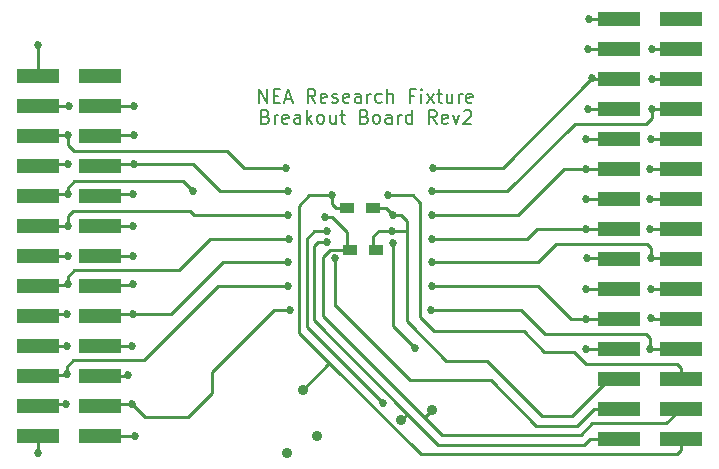
<source format=gtl>
G04 #@! TF.FileFunction,Copper,L1,Top,Signal*
%FSLAX46Y46*%
G04 Gerber Fmt 4.6, Leading zero omitted, Abs format (unit mm)*
G04 Created by KiCad (PCBNEW 4.0.1-stable) date 2/18/2017 12:31:50 AM*
%MOMM*%
G01*
G04 APERTURE LIST*
%ADD10C,0.100000*%
%ADD11C,0.177800*%
%ADD12R,3.560000X1.270000*%
%ADD13R,1.200000X0.900000*%
%ADD14C,0.889000*%
%ADD15C,0.685800*%
%ADD16C,0.254000*%
%ADD17C,0.250000*%
%ADD18C,0.152400*%
G04 APERTURE END LIST*
D10*
D11*
X-8461828Y10519229D02*
X-8461828Y11662229D01*
X-7808685Y10519229D01*
X-7808685Y11662229D01*
X-7264399Y11117943D02*
X-6883399Y11117943D01*
X-6720113Y10519229D02*
X-7264399Y10519229D01*
X-7264399Y11662229D01*
X-6720113Y11662229D01*
X-6284685Y10845800D02*
X-5740399Y10845800D01*
X-6393542Y10519229D02*
X-6012542Y11662229D01*
X-5631542Y10519229D01*
X-3726542Y10519229D02*
X-4107542Y11063514D01*
X-4379685Y10519229D02*
X-4379685Y11662229D01*
X-3944257Y11662229D01*
X-3835399Y11607800D01*
X-3780971Y11553371D01*
X-3726542Y11444514D01*
X-3726542Y11281229D01*
X-3780971Y11172371D01*
X-3835399Y11117943D01*
X-3944257Y11063514D01*
X-4379685Y11063514D01*
X-2801257Y10573657D02*
X-2910114Y10519229D01*
X-3127828Y10519229D01*
X-3236685Y10573657D01*
X-3291114Y10682514D01*
X-3291114Y11117943D01*
X-3236685Y11226800D01*
X-3127828Y11281229D01*
X-2910114Y11281229D01*
X-2801257Y11226800D01*
X-2746828Y11117943D01*
X-2746828Y11009086D01*
X-3291114Y10900229D01*
X-2311400Y10573657D02*
X-2202543Y10519229D01*
X-1984828Y10519229D01*
X-1875971Y10573657D01*
X-1821543Y10682514D01*
X-1821543Y10736943D01*
X-1875971Y10845800D01*
X-1984828Y10900229D01*
X-2148114Y10900229D01*
X-2256971Y10954657D01*
X-2311400Y11063514D01*
X-2311400Y11117943D01*
X-2256971Y11226800D01*
X-2148114Y11281229D01*
X-1984828Y11281229D01*
X-1875971Y11226800D01*
X-896257Y10573657D02*
X-1005114Y10519229D01*
X-1222828Y10519229D01*
X-1331685Y10573657D01*
X-1386114Y10682514D01*
X-1386114Y11117943D01*
X-1331685Y11226800D01*
X-1222828Y11281229D01*
X-1005114Y11281229D01*
X-896257Y11226800D01*
X-841828Y11117943D01*
X-841828Y11009086D01*
X-1386114Y10900229D01*
X137886Y10519229D02*
X137886Y11117943D01*
X83457Y11226800D01*
X-25400Y11281229D01*
X-243114Y11281229D01*
X-351971Y11226800D01*
X137886Y10573657D02*
X29029Y10519229D01*
X-243114Y10519229D01*
X-351971Y10573657D01*
X-406400Y10682514D01*
X-406400Y10791371D01*
X-351971Y10900229D01*
X-243114Y10954657D01*
X29029Y10954657D01*
X137886Y11009086D01*
X682172Y10519229D02*
X682172Y11281229D01*
X682172Y11063514D02*
X736600Y11172371D01*
X791029Y11226800D01*
X899886Y11281229D01*
X1008743Y11281229D01*
X1879600Y10573657D02*
X1770743Y10519229D01*
X1553029Y10519229D01*
X1444171Y10573657D01*
X1389743Y10628086D01*
X1335314Y10736943D01*
X1335314Y11063514D01*
X1389743Y11172371D01*
X1444171Y11226800D01*
X1553029Y11281229D01*
X1770743Y11281229D01*
X1879600Y11226800D01*
X2369457Y10519229D02*
X2369457Y11662229D01*
X2859314Y10519229D02*
X2859314Y11117943D01*
X2804885Y11226800D01*
X2696028Y11281229D01*
X2532743Y11281229D01*
X2423885Y11226800D01*
X2369457Y11172371D01*
X4655457Y11117943D02*
X4274457Y11117943D01*
X4274457Y10519229D02*
X4274457Y11662229D01*
X4818743Y11662229D01*
X5254171Y10519229D02*
X5254171Y11281229D01*
X5254171Y11662229D02*
X5199742Y11607800D01*
X5254171Y11553371D01*
X5308599Y11607800D01*
X5254171Y11662229D01*
X5254171Y11553371D01*
X5689600Y10519229D02*
X6288314Y11281229D01*
X5689600Y11281229D02*
X6288314Y10519229D01*
X6560457Y11281229D02*
X6995886Y11281229D01*
X6723743Y11662229D02*
X6723743Y10682514D01*
X6778171Y10573657D01*
X6887029Y10519229D01*
X6995886Y10519229D01*
X7866743Y11281229D02*
X7866743Y10519229D01*
X7376886Y11281229D02*
X7376886Y10682514D01*
X7431314Y10573657D01*
X7540172Y10519229D01*
X7703457Y10519229D01*
X7812314Y10573657D01*
X7866743Y10628086D01*
X8411029Y10519229D02*
X8411029Y11281229D01*
X8411029Y11063514D02*
X8465457Y11172371D01*
X8519886Y11226800D01*
X8628743Y11281229D01*
X8737600Y11281229D01*
X9554028Y10573657D02*
X9445171Y10519229D01*
X9227457Y10519229D01*
X9118600Y10573657D01*
X9064171Y10682514D01*
X9064171Y11117943D01*
X9118600Y11226800D01*
X9227457Y11281229D01*
X9445171Y11281229D01*
X9554028Y11226800D01*
X9608457Y11117943D01*
X9608457Y11009086D01*
X9064171Y10900229D01*
X-7944756Y9339943D02*
X-7781470Y9285514D01*
X-7727042Y9231086D01*
X-7672613Y9122229D01*
X-7672613Y8958943D01*
X-7727042Y8850086D01*
X-7781470Y8795657D01*
X-7890328Y8741229D01*
X-8325756Y8741229D01*
X-8325756Y9884229D01*
X-7944756Y9884229D01*
X-7835899Y9829800D01*
X-7781470Y9775371D01*
X-7727042Y9666514D01*
X-7727042Y9557657D01*
X-7781470Y9448800D01*
X-7835899Y9394371D01*
X-7944756Y9339943D01*
X-8325756Y9339943D01*
X-7182756Y8741229D02*
X-7182756Y9503229D01*
X-7182756Y9285514D02*
X-7128328Y9394371D01*
X-7073899Y9448800D01*
X-6965042Y9503229D01*
X-6856185Y9503229D01*
X-6039757Y8795657D02*
X-6148614Y8741229D01*
X-6366328Y8741229D01*
X-6475185Y8795657D01*
X-6529614Y8904514D01*
X-6529614Y9339943D01*
X-6475185Y9448800D01*
X-6366328Y9503229D01*
X-6148614Y9503229D01*
X-6039757Y9448800D01*
X-5985328Y9339943D01*
X-5985328Y9231086D01*
X-6529614Y9122229D01*
X-5005614Y8741229D02*
X-5005614Y9339943D01*
X-5060043Y9448800D01*
X-5168900Y9503229D01*
X-5386614Y9503229D01*
X-5495471Y9448800D01*
X-5005614Y8795657D02*
X-5114471Y8741229D01*
X-5386614Y8741229D01*
X-5495471Y8795657D01*
X-5549900Y8904514D01*
X-5549900Y9013371D01*
X-5495471Y9122229D01*
X-5386614Y9176657D01*
X-5114471Y9176657D01*
X-5005614Y9231086D01*
X-4461328Y8741229D02*
X-4461328Y9884229D01*
X-4352471Y9176657D02*
X-4025900Y8741229D01*
X-4025900Y9503229D02*
X-4461328Y9067800D01*
X-3372756Y8741229D02*
X-3481614Y8795657D01*
X-3536042Y8850086D01*
X-3590471Y8958943D01*
X-3590471Y9285514D01*
X-3536042Y9394371D01*
X-3481614Y9448800D01*
X-3372756Y9503229D01*
X-3209471Y9503229D01*
X-3100614Y9448800D01*
X-3046185Y9394371D01*
X-2991756Y9285514D01*
X-2991756Y8958943D01*
X-3046185Y8850086D01*
X-3100614Y8795657D01*
X-3209471Y8741229D01*
X-3372756Y8741229D01*
X-2012042Y9503229D02*
X-2012042Y8741229D01*
X-2501899Y9503229D02*
X-2501899Y8904514D01*
X-2447471Y8795657D01*
X-2338613Y8741229D01*
X-2175328Y8741229D01*
X-2066471Y8795657D01*
X-2012042Y8850086D01*
X-1631042Y9503229D02*
X-1195613Y9503229D01*
X-1467756Y9884229D02*
X-1467756Y8904514D01*
X-1413328Y8795657D01*
X-1304470Y8741229D01*
X-1195613Y8741229D01*
X437244Y9339943D02*
X600530Y9285514D01*
X654958Y9231086D01*
X709387Y9122229D01*
X709387Y8958943D01*
X654958Y8850086D01*
X600530Y8795657D01*
X491672Y8741229D01*
X56244Y8741229D01*
X56244Y9884229D01*
X437244Y9884229D01*
X546101Y9829800D01*
X600530Y9775371D01*
X654958Y9666514D01*
X654958Y9557657D01*
X600530Y9448800D01*
X546101Y9394371D01*
X437244Y9339943D01*
X56244Y9339943D01*
X1362530Y8741229D02*
X1253672Y8795657D01*
X1199244Y8850086D01*
X1144815Y8958943D01*
X1144815Y9285514D01*
X1199244Y9394371D01*
X1253672Y9448800D01*
X1362530Y9503229D01*
X1525815Y9503229D01*
X1634672Y9448800D01*
X1689101Y9394371D01*
X1743530Y9285514D01*
X1743530Y8958943D01*
X1689101Y8850086D01*
X1634672Y8795657D01*
X1525815Y8741229D01*
X1362530Y8741229D01*
X2723244Y8741229D02*
X2723244Y9339943D01*
X2668815Y9448800D01*
X2559958Y9503229D01*
X2342244Y9503229D01*
X2233387Y9448800D01*
X2723244Y8795657D02*
X2614387Y8741229D01*
X2342244Y8741229D01*
X2233387Y8795657D01*
X2178958Y8904514D01*
X2178958Y9013371D01*
X2233387Y9122229D01*
X2342244Y9176657D01*
X2614387Y9176657D01*
X2723244Y9231086D01*
X3267530Y8741229D02*
X3267530Y9503229D01*
X3267530Y9285514D02*
X3321958Y9394371D01*
X3376387Y9448800D01*
X3485244Y9503229D01*
X3594101Y9503229D01*
X4464958Y8741229D02*
X4464958Y9884229D01*
X4464958Y8795657D02*
X4356101Y8741229D01*
X4138387Y8741229D01*
X4029529Y8795657D01*
X3975101Y8850086D01*
X3920672Y8958943D01*
X3920672Y9285514D01*
X3975101Y9394371D01*
X4029529Y9448800D01*
X4138387Y9503229D01*
X4356101Y9503229D01*
X4464958Y9448800D01*
X6533244Y8741229D02*
X6152244Y9285514D01*
X5880101Y8741229D02*
X5880101Y9884229D01*
X6315529Y9884229D01*
X6424387Y9829800D01*
X6478815Y9775371D01*
X6533244Y9666514D01*
X6533244Y9503229D01*
X6478815Y9394371D01*
X6424387Y9339943D01*
X6315529Y9285514D01*
X5880101Y9285514D01*
X7458529Y8795657D02*
X7349672Y8741229D01*
X7131958Y8741229D01*
X7023101Y8795657D01*
X6968672Y8904514D01*
X6968672Y9339943D01*
X7023101Y9448800D01*
X7131958Y9503229D01*
X7349672Y9503229D01*
X7458529Y9448800D01*
X7512958Y9339943D01*
X7512958Y9231086D01*
X6968672Y9122229D01*
X7893958Y9503229D02*
X8166101Y8741229D01*
X8438243Y9503229D01*
X8819243Y9775371D02*
X8873672Y9829800D01*
X8982529Y9884229D01*
X9254672Y9884229D01*
X9363529Y9829800D01*
X9417958Y9775371D01*
X9472386Y9666514D01*
X9472386Y9557657D01*
X9417958Y9394371D01*
X8764815Y8741229D01*
X9472386Y8741229D01*
D12*
X-27200000Y12800000D03*
X-21990000Y12800000D03*
X-27200000Y10260000D03*
X-21990000Y10260000D03*
X-27200000Y7720000D03*
X-21990000Y7720000D03*
X-27200000Y5180000D03*
X-21990000Y5180000D03*
X-27200000Y2640000D03*
X-21990000Y2640000D03*
X-27200000Y100000D03*
X-21990000Y100000D03*
X-27200000Y-2440000D03*
X-21990000Y-2440000D03*
X-27200000Y-4980000D03*
X-21990000Y-4980000D03*
X-27200000Y-7520000D03*
X-21990000Y-7520000D03*
X-27200000Y-10060000D03*
X-21990000Y-10060000D03*
X-27200000Y-12600000D03*
X-21990000Y-12600000D03*
X-27200000Y-15140000D03*
X-21990000Y-15140000D03*
X-27200000Y-17680000D03*
X-21990000Y-17680000D03*
X22000000Y17600000D03*
X27210000Y17600000D03*
X22000000Y15060000D03*
X27210000Y15060000D03*
X22000000Y12520000D03*
X27210000Y12520000D03*
X22000000Y9980000D03*
X27210000Y9980000D03*
X22000000Y7440000D03*
X27210000Y7440000D03*
X22000000Y4900000D03*
X27210000Y4900000D03*
X22000000Y2360000D03*
X27210000Y2360000D03*
X22000000Y-180000D03*
X27210000Y-180000D03*
X22000000Y-2720000D03*
X27210000Y-2720000D03*
X22000000Y-5260000D03*
X27210000Y-5260000D03*
X22000000Y-7800000D03*
X27210000Y-7800000D03*
X22000000Y-10340000D03*
X27210000Y-10340000D03*
X22000000Y-12880000D03*
X27210000Y-12880000D03*
X22000000Y-15420000D03*
X27210000Y-15420000D03*
X22000000Y-17960000D03*
X27210000Y-17960000D03*
D13*
X1150800Y1574800D03*
X-1049200Y1574800D03*
X-833300Y-1930400D03*
X1366700Y-1930400D03*
D14*
X-6096000Y-19113500D03*
X-3581400Y-17691100D03*
X6146800Y-15481300D03*
X3543300Y-16370300D03*
X-4813300Y-13792200D03*
D15*
X-27254200Y15407640D03*
X19450000Y17625000D03*
X-24612600Y10261600D03*
X-19075400Y10261600D03*
X-24638000Y7747000D03*
X-6223000Y5003800D03*
X-19100800Y7747000D03*
X-2095500Y-2667000D03*
X-2349500Y2654300D03*
X2413000Y2679700D03*
X-24658320Y5293360D03*
X-19121120Y5293360D03*
X-6070600Y2997200D03*
X-14061440Y3002280D03*
X-24683720Y2778760D03*
X-19146520Y2778760D03*
X-24668480Y86360D03*
X-6070600Y1016000D03*
X-19131280Y86360D03*
X-24693880Y-2428240D03*
X-19156680Y-2428240D03*
X-24714200Y-4881880D03*
X-5994400Y-1016000D03*
X-19177000Y-4881880D03*
X-24739600Y-7396480D03*
X-19202400Y-7396480D03*
X-6045200Y-2997200D03*
X-24754840Y-10048240D03*
X-19217640Y-10048240D03*
X-24775160Y-12501880D03*
X-6045200Y-5003800D03*
X-19588480Y-12578080D03*
X-24800560Y-15016480D03*
X-19263360Y-15016480D03*
X-5918200Y-7010400D03*
X19350000Y15050000D03*
X24775000Y15075000D03*
X6200000Y5000000D03*
X19700000Y12575000D03*
X24750000Y12500000D03*
X19325000Y9950000D03*
X6150000Y3000000D03*
X24750000Y9975000D03*
X19225000Y7450000D03*
X24650000Y7475000D03*
X6150000Y1000000D03*
X19200000Y4875000D03*
X24625000Y4900000D03*
X19200000Y2350000D03*
X24625000Y2375000D03*
X6150000Y-1000000D03*
X19175000Y-225000D03*
X24600000Y-200000D03*
X19250000Y-2675000D03*
X6125000Y-3000000D03*
X24675000Y-2650000D03*
X19225000Y-5250000D03*
X24650000Y-5225000D03*
X6125000Y-5000000D03*
X19225000Y-7775000D03*
X24650000Y-7750000D03*
X19200000Y-10350000D03*
X6050000Y-7000000D03*
X24625000Y-10325000D03*
X2794000Y-317500D03*
X2806700Y977900D03*
X-2882900Y863600D03*
X-18999200Y-17691100D03*
X4724400Y-10248900D03*
X2844800Y-1358900D03*
X-27178000Y-19126200D03*
X1955800Y-14909800D03*
X-2755900Y-330200D03*
X-2743200Y-1244600D03*
D16*
X-27200000Y15353440D02*
X-27200000Y12800000D01*
X-27254200Y15407640D02*
X-27200000Y15353440D01*
X19475000Y17600000D02*
X22000000Y17600000D01*
X19450000Y17625000D02*
X19475000Y17600000D01*
X-24614200Y10260000D02*
X-24612600Y10261600D01*
X-24614200Y10260000D02*
X-27200000Y10260000D01*
X-19077000Y10260000D02*
X-19075400Y10261600D01*
X-19077000Y10260000D02*
X-21990000Y10260000D01*
X-6223000Y5003800D02*
X-9773920Y5003800D01*
X-27225400Y7745400D02*
X-24639600Y7745400D01*
X-24639600Y7745400D02*
X-24638000Y7747000D01*
X-24638000Y6913880D02*
X-24638000Y7747000D01*
X-24145240Y6421120D02*
X-24638000Y6913880D01*
X-11191240Y6421120D02*
X-24145240Y6421120D01*
X-9773920Y5003800D02*
X-11191240Y6421120D01*
X-19102400Y7745400D02*
X-22015400Y7745400D01*
X-19102400Y7745400D02*
X-19100800Y7747000D01*
X-2095500Y-6654500D02*
X-2095500Y-2667000D01*
X-2095500Y-6654500D02*
X-2095500Y-6667500D01*
X-2095500Y-6667500D02*
X-2095500Y-6654500D01*
X19855000Y-15420000D02*
X22000000Y-15420000D01*
X18450000Y-16825000D02*
X19855000Y-15420000D01*
X14975000Y-16825000D02*
X18450000Y-16825000D01*
X11150000Y-13000000D02*
X14975000Y-16825000D01*
X4250000Y-13000000D02*
X11150000Y-13000000D01*
X-2095500Y-6654500D02*
X4250000Y-13000000D01*
D17*
X-4813300Y-13792200D02*
X-2546350Y-11525250D01*
X-2565400Y-11531600D02*
X-2565400Y-11506200D01*
X-2559050Y-11525250D02*
X-2565400Y-11531600D01*
X-2546350Y-11525250D02*
X-2559050Y-11525250D01*
D16*
X-2349500Y2654300D02*
X-4229100Y2654300D01*
X5178400Y-19250000D02*
X26850000Y-19250000D01*
X-4229100Y2654300D02*
X-5118100Y1765300D01*
X-5118100Y1765300D02*
X-5118100Y-8953500D01*
X-5118100Y-8953500D02*
X-2565400Y-11506200D01*
X-2565400Y-11506200D02*
X5178400Y-19250000D01*
X26850000Y-19250000D02*
X27210000Y-18890000D01*
X27210000Y-18890000D02*
X27210000Y-17960000D01*
X-1049200Y1574800D02*
X-2006600Y1574800D01*
X-2349500Y1917700D02*
X-2349500Y2654300D01*
X-2006600Y1574800D02*
X-2349500Y1917700D01*
X-2324100Y2628900D02*
X-2349500Y2654300D01*
X2413000Y2679700D02*
X4533900Y2679700D01*
X4533900Y2679700D02*
X5156200Y2057400D01*
X5156200Y-5715000D02*
X5156200Y-7656200D01*
X5156200Y2057400D02*
X5156200Y-5715000D01*
X27210000Y-11985000D02*
X27210000Y-12880000D01*
X26875000Y-11650000D02*
X27210000Y-11985000D01*
X19200000Y-11650000D02*
X26875000Y-11650000D01*
X18150000Y-10600000D02*
X19200000Y-11650000D01*
X15650000Y-10600000D02*
X18150000Y-10600000D01*
X13900000Y-8850000D02*
X15650000Y-10600000D01*
X6350000Y-8850000D02*
X13900000Y-8850000D01*
X5156200Y-7656200D02*
X6350000Y-8850000D01*
X-24659920Y5291760D02*
X-27245720Y5291760D01*
X-24659920Y5291760D02*
X-24658320Y5293360D01*
X-6070600Y2997200D02*
X-11805920Y2997200D01*
X-22035720Y5291760D02*
X-19122720Y5291760D01*
X-19122720Y5291760D02*
X-19121120Y5293360D01*
X-14102080Y5293360D02*
X-19121120Y5293360D01*
X-11805920Y2997200D02*
X-14102080Y5293360D01*
X-24683720Y3307080D02*
X-24683720Y2778760D01*
X-24130000Y3860800D02*
X-24683720Y3307080D01*
X-14919960Y3860800D02*
X-24130000Y3860800D01*
X-14061440Y3002280D02*
X-14919960Y3860800D01*
X-24685320Y2777160D02*
X-24683720Y2778760D01*
X-24685320Y2777160D02*
X-27271120Y2777160D01*
X-19148120Y2777160D02*
X-19146520Y2778760D01*
X-19148120Y2777160D02*
X-22061120Y2777160D01*
X-6070600Y1016000D02*
X-14030960Y1016000D01*
X-24670080Y84760D02*
X-27255880Y84760D01*
X-24670080Y84760D02*
X-24668480Y86360D01*
X-24668480Y883920D02*
X-24668480Y86360D01*
X-24221440Y1330960D02*
X-24668480Y883920D01*
X-14345920Y1330960D02*
X-24221440Y1330960D01*
X-14030960Y1016000D02*
X-14345920Y1330960D01*
X-19132880Y84760D02*
X-22045880Y84760D01*
X-19132880Y84760D02*
X-19131280Y86360D01*
X-24695480Y-2429840D02*
X-24693880Y-2428240D01*
X-24695480Y-2429840D02*
X-27281280Y-2429840D01*
X-19158280Y-2429840D02*
X-19156680Y-2428240D01*
X-19158280Y-2429840D02*
X-22071280Y-2429840D01*
X-5994400Y-1016000D02*
X-12639040Y-1016000D01*
X-24715800Y-4883480D02*
X-24714200Y-4881880D01*
X-24715800Y-4883480D02*
X-27301600Y-4883480D01*
X-24714200Y-4251960D02*
X-24714200Y-4881880D01*
X-24155400Y-3693160D02*
X-24714200Y-4251960D01*
X-15316200Y-3693160D02*
X-24155400Y-3693160D01*
X-12639040Y-1016000D02*
X-15316200Y-3693160D01*
X-19178600Y-4883480D02*
X-19177000Y-4881880D01*
X-19178600Y-4883480D02*
X-22091600Y-4883480D01*
X-24741200Y-7398080D02*
X-27327000Y-7398080D01*
X-24741200Y-7398080D02*
X-24739600Y-7396480D01*
X-6045200Y-2997200D02*
X-11577320Y-2997200D01*
X-19204000Y-7398080D02*
X-22117000Y-7398080D01*
X-19204000Y-7398080D02*
X-19202400Y-7396480D01*
X-15976600Y-7396480D02*
X-19202400Y-7396480D01*
X-11577320Y-2997200D02*
X-15976600Y-7396480D01*
X-24756440Y-10049840D02*
X-27342240Y-10049840D01*
X-24756440Y-10049840D02*
X-24754840Y-10048240D01*
X-19219240Y-10049840D02*
X-22132240Y-10049840D01*
X-19219240Y-10049840D02*
X-19217640Y-10048240D01*
X-6045200Y-5003800D02*
X-11973560Y-5003800D01*
X-24776760Y-12503480D02*
X-27362560Y-12503480D01*
X-24776760Y-12503480D02*
X-24775160Y-12501880D01*
X-24775160Y-11846560D02*
X-24775160Y-12501880D01*
X-24221440Y-11292840D02*
X-24775160Y-11846560D01*
X-18262600Y-11292840D02*
X-24221440Y-11292840D01*
X-11973560Y-5003800D02*
X-18262600Y-11292840D01*
X-19610400Y-12600000D02*
X-21990000Y-12600000D01*
X-19588480Y-12578080D02*
X-19610400Y-12600000D01*
X-24802160Y-15018080D02*
X-24800560Y-15016480D01*
X-24802160Y-15018080D02*
X-27387960Y-15018080D01*
X-5918200Y-7010400D02*
X-7208520Y-7010400D01*
X-19264960Y-15018080D02*
X-22177960Y-15018080D01*
X-19264960Y-15018080D02*
X-19263360Y-15016480D01*
X-18186400Y-16093440D02*
X-19263360Y-15016480D01*
X-14478000Y-16093440D02*
X-18186400Y-16093440D01*
X-12451080Y-14066520D02*
X-14478000Y-16093440D01*
X-12451080Y-12252960D02*
X-12451080Y-14066520D01*
X-7208520Y-7010400D02*
X-12451080Y-12252960D01*
D17*
X-5918200Y-7010400D02*
X-5918200Y-7239000D01*
D16*
X22150000Y15060000D02*
X19360000Y15060000D01*
X19360000Y15060000D02*
X19350000Y15050000D01*
X24790000Y15060000D02*
X24775000Y15075000D01*
X24790000Y15060000D02*
X27360000Y15060000D01*
X6200000Y5000000D02*
X12125000Y5000000D01*
X12125000Y5000000D02*
X19700000Y12575000D01*
X19755000Y12520000D02*
X22000000Y12520000D01*
X19700000Y12575000D02*
X19755000Y12520000D01*
X24765000Y12485000D02*
X27335000Y12485000D01*
X24765000Y12485000D02*
X24750000Y12500000D01*
X19335000Y9960000D02*
X19325000Y9950000D01*
X22125000Y9960000D02*
X19335000Y9960000D01*
X6150000Y3000000D02*
X12500000Y3000000D01*
X24750000Y9250000D02*
X24750000Y9975000D01*
X24225000Y8725000D02*
X24750000Y9250000D01*
X18225000Y8725000D02*
X24225000Y8725000D01*
X12500000Y3000000D02*
X18225000Y8725000D01*
X24765000Y9960000D02*
X27335000Y9960000D01*
X24765000Y9960000D02*
X24750000Y9975000D01*
X19235000Y7460000D02*
X19225000Y7450000D01*
X22025000Y7460000D02*
X19235000Y7460000D01*
X24665000Y7460000D02*
X27235000Y7460000D01*
X24665000Y7460000D02*
X24650000Y7475000D01*
X6150000Y1000000D02*
X13425000Y1000000D01*
X17300000Y4875000D02*
X19200000Y4875000D01*
X13425000Y1000000D02*
X17300000Y4875000D01*
X22000000Y4885000D02*
X19210000Y4885000D01*
X19210000Y4885000D02*
X19200000Y4875000D01*
X24640000Y4885000D02*
X24625000Y4900000D01*
X24640000Y4885000D02*
X27210000Y4885000D01*
X22000000Y2360000D02*
X19210000Y2360000D01*
X19210000Y2360000D02*
X19200000Y2350000D01*
X24640000Y2360000D02*
X24625000Y2375000D01*
X24640000Y2360000D02*
X27210000Y2360000D01*
X6150000Y-1000000D02*
X14225000Y-1000000D01*
X15000000Y-225000D02*
X19175000Y-225000D01*
X14225000Y-1000000D02*
X15000000Y-225000D01*
X19185000Y-215000D02*
X19175000Y-225000D01*
X21975000Y-215000D02*
X19185000Y-215000D01*
X24615000Y-215000D02*
X27185000Y-215000D01*
X24615000Y-215000D02*
X24600000Y-200000D01*
X22050000Y-2665000D02*
X19260000Y-2665000D01*
X19260000Y-2665000D02*
X19250000Y-2675000D01*
X6125000Y-3000000D02*
X15100000Y-3000000D01*
X24675000Y-1825000D02*
X24675000Y-2650000D01*
X24325000Y-1475000D02*
X24675000Y-1825000D01*
X16625000Y-1475000D02*
X24325000Y-1475000D01*
X15100000Y-3000000D02*
X16625000Y-1475000D01*
X24690000Y-2665000D02*
X24675000Y-2650000D01*
X24690000Y-2665000D02*
X27260000Y-2665000D01*
X19235000Y-5240000D02*
X19225000Y-5250000D01*
X22025000Y-5240000D02*
X19235000Y-5240000D01*
X24665000Y-5240000D02*
X27235000Y-5240000D01*
X24665000Y-5240000D02*
X24650000Y-5225000D01*
X6125000Y-5000000D02*
X15100000Y-5000000D01*
X17875000Y-7775000D02*
X19225000Y-7775000D01*
X15100000Y-5000000D02*
X17875000Y-7775000D01*
X19235000Y-7765000D02*
X19225000Y-7775000D01*
X22025000Y-7765000D02*
X19235000Y-7765000D01*
X24665000Y-7765000D02*
X27235000Y-7765000D01*
X24665000Y-7765000D02*
X24650000Y-7750000D01*
X22000000Y-10340000D02*
X19210000Y-10340000D01*
X19210000Y-10340000D02*
X19200000Y-10350000D01*
X6050000Y-7000000D02*
X13675000Y-7000000D01*
X24625000Y-9400000D02*
X24625000Y-10325000D01*
X24275000Y-9050000D02*
X24625000Y-9400000D01*
X15725000Y-9050000D02*
X24275000Y-9050000D01*
X13675000Y-7000000D02*
X15725000Y-9050000D01*
X24640000Y-10340000D02*
X24625000Y-10325000D01*
X24640000Y-10340000D02*
X27210000Y-10340000D01*
X1150800Y-1803400D02*
X1150800Y-805000D01*
X1638300Y-317500D02*
X2794000Y-317500D01*
X1150800Y-805000D02*
X1638300Y-317500D01*
X1150800Y1574800D02*
X2209800Y1574800D01*
X2209800Y1574800D02*
X2806700Y977900D01*
X2794000Y-317500D02*
X3987800Y-317500D01*
X3987800Y-317500D02*
X3987800Y-304800D01*
X4368800Y-8343800D02*
X3987800Y-7962800D01*
X4368800Y-8343800D02*
X7350000Y-11325000D01*
X7350000Y-11325000D02*
X10800000Y-11325000D01*
X10800000Y-11325000D02*
X15450000Y-15975000D01*
X15450000Y-15975000D02*
X18025000Y-15975000D01*
X21120000Y-12880000D02*
X18025000Y-15975000D01*
X3492500Y977900D02*
X2806700Y977900D01*
X3987800Y482600D02*
X3492500Y977900D01*
X3987800Y-7962800D02*
X3987800Y-304800D01*
X3987800Y-304800D02*
X3987800Y482600D01*
D18*
X2806700Y977900D02*
X2806700Y990600D01*
D16*
X21120000Y-12880000D02*
X22000000Y-12880000D01*
D17*
X6146800Y-15481300D02*
X5524500Y-16103600D01*
X5524500Y-16103600D02*
X5486400Y-16103600D01*
X-833300Y-1930400D02*
X-2463800Y-1930400D01*
X-2463800Y-1930400D02*
X-3048000Y-2514600D01*
D16*
X-1049200Y-1803400D02*
X-1049200Y-424000D01*
X-2336800Y863600D02*
X-2882900Y863600D01*
X-1049200Y-424000D02*
X-2336800Y863600D01*
X-3048000Y-7569200D02*
X-3048000Y-2514600D01*
X7032800Y-17650000D02*
X18725000Y-17650000D01*
X18725000Y-17650000D02*
X19725000Y-16650000D01*
X19725000Y-16650000D02*
X25980000Y-16650000D01*
X27210000Y-15420000D02*
X25980000Y-16650000D01*
X-3048000Y-7569200D02*
X5486400Y-16103600D01*
X5486400Y-16103600D02*
X7032800Y-17650000D01*
D17*
X-21990000Y-17680000D02*
X-19010300Y-17680000D01*
X-19010300Y-17680000D02*
X-18999200Y-17691100D01*
D16*
X2844800Y-1358900D02*
X2844800Y-8369300D01*
X2844800Y-8369300D02*
X4724400Y-10248900D01*
D17*
X-27178000Y-19126200D02*
X-27178000Y-17702000D01*
X-27178000Y-17702000D02*
X-27200000Y-17680000D01*
X-4470400Y-990600D02*
X-4470400Y-8483600D01*
X-4470400Y-8483600D02*
X1955800Y-14909800D01*
X-3810000Y-330200D02*
X-4470400Y-990600D01*
X-2755900Y-330200D02*
X-3810000Y-330200D01*
X3543300Y-16370300D02*
X4076700Y-15836900D01*
X4064000Y-15849600D02*
X4064000Y-15824200D01*
X4076700Y-15836900D02*
X4064000Y-15849600D01*
D16*
X-2743200Y-1244600D02*
X-3479800Y-1244600D01*
X-3479800Y-1244600D02*
X-3835400Y-1600200D01*
X19025000Y-18450000D02*
X19515000Y-17960000D01*
X19515000Y-17960000D02*
X22000000Y-17960000D01*
X-3835400Y-1600200D02*
X-3835400Y-7924800D01*
X-3835400Y-7924800D02*
X4064000Y-15824200D01*
X4064000Y-15824200D02*
X6689800Y-18450000D01*
X6689800Y-18450000D02*
X19025000Y-18450000D01*
M02*

</source>
